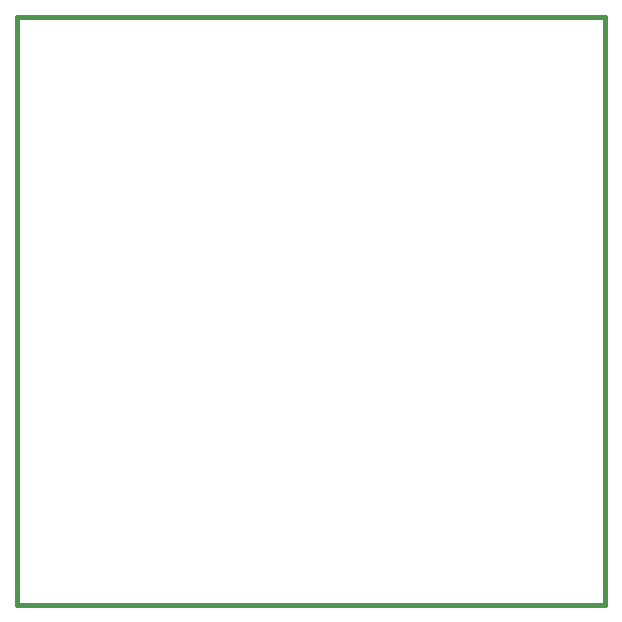
<source format=gbr>
G04 (created by PCBNEW-RS274X (2012-01-19 BZR 3256)-stable) date 3/28/2013 11:41:19 PM*
G01*
G70*
G90*
%MOIN*%
G04 Gerber Fmt 3.4, Leading zero omitted, Abs format*
%FSLAX34Y34*%
G04 APERTURE LIST*
%ADD10C,0.006000*%
%ADD11C,0.015000*%
G04 APERTURE END LIST*
G54D10*
G54D11*
X51200Y-37600D02*
X51200Y-18000D01*
X70800Y-37600D02*
X51200Y-37600D01*
X70800Y-18000D02*
X70800Y-37600D01*
X51200Y-18000D02*
X70800Y-18000D01*
M02*

</source>
